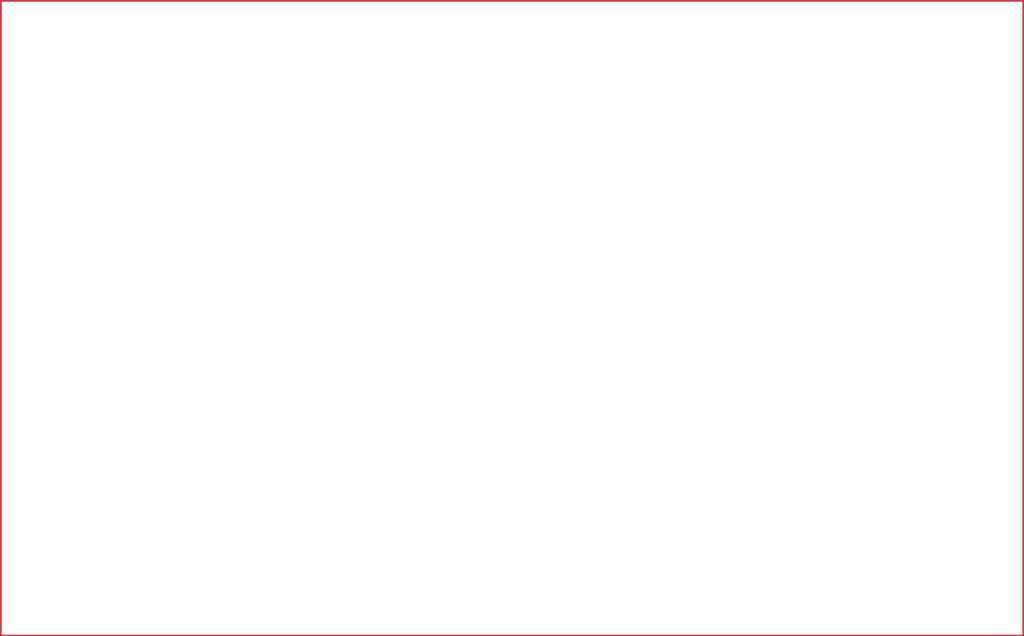
<source format=kicad_pcb>
(kicad_pcb
	(version 20241229)
	(generator "pcbnew")
	(generator_version "9.0")
	(general
		(thickness 1.6)
		(legacy_teardrops no)
	)
	(paper "A4")
	(layers
		(0 "F.Cu" signal)
		(2 "B.Cu" signal)
		(9 "F.Adhes" user "F.Adhesive")
		(11 "B.Adhes" user "B.Adhesive")
		(13 "F.Paste" user)
		(15 "B.Paste" user)
		(5 "F.SilkS" user "F.Silkscreen")
		(7 "B.SilkS" user "B.Silkscreen")
		(1 "F.Mask" user)
		(3 "B.Mask" user)
		(17 "Dwgs.User" user "User.Drawings")
		(19 "Cmts.User" user "User.Comments")
		(21 "Eco1.User" user "User.Eco1")
		(23 "Eco2.User" user "User.Eco2")
		(25 "Edge.Cuts" user)
		(27 "Margin" user)
		(31 "F.CrtYd" user "F.Courtyard")
		(29 "B.CrtYd" user "B.Courtyard")
		(35 "F.Fab" user)
		(33 "B.Fab" user)
		(39 "User.1" user)
		(41 "User.2" user)
		(43 "User.3" user)
		(45 "User.4" user)
	)
	(setup
		(pad_to_mask_clearance 0)
		(allow_soldermask_bridges_in_footprints no)
		(tenting front back)
		(pcbplotparams
			(layerselection 0x00000000_00000000_55555555_5755f5ff)
			(plot_on_all_layers_selection 0x00000000_00000000_00000000_00000000)
			(disableapertmacros no)
			(usegerberextensions no)
			(usegerberattributes yes)
			(usegerberadvancedattributes yes)
			(creategerberjobfile yes)
			(dashed_line_dash_ratio 12.000000)
			(dashed_line_gap_ratio 3.000000)
			(svgprecision 4)
			(plotframeref no)
			(mode 1)
			(useauxorigin no)
			(hpglpennumber 1)
			(hpglpenspeed 20)
			(hpglpendiameter 15.000000)
			(pdf_front_fp_property_popups yes)
			(pdf_back_fp_property_popups yes)
			(pdf_metadata yes)
			(pdf_single_document no)
			(dxfpolygonmode yes)
			(dxfimperialunits yes)
			(dxfusepcbnewfont yes)
			(psnegative no)
			(psa4output no)
			(plot_black_and_white yes)
			(sketchpadsonfab no)
			(plotpadnumbers no)
			(hidednponfab no)
			(sketchdnponfab yes)
			(crossoutdnponfab yes)
			(subtractmaskfromsilk no)
			(outputformat 1)
			(mirror no)
			(drillshape 1)
			(scaleselection 1)
			(outputdirectory "")
		)
	)
	(net 0 "")
	(gr_rect
		(start 97 49.5)
		(end 217 124)
		(stroke
			(width 0.2)
			(type default)
		)
		(fill no)
		(layer "F.Cu")
		(uuid "90abe190-52b5-42f3-91c2-40f997247a22")
	)
	(embedded_fonts no)
)

</source>
